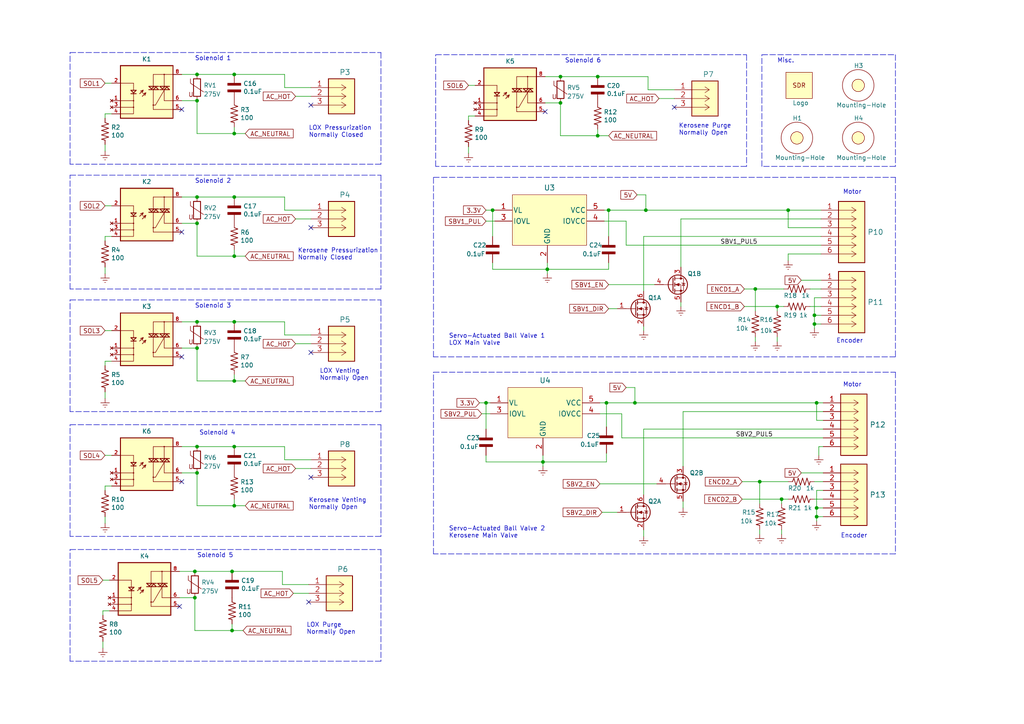
<source format=kicad_sch>
(kicad_sch (version 20211123) (generator eeschema)
  (paper "A4")
  (title_block (title "Valves") (date "2021-12-25") (rev "1.0"))
  (lib_symbols
    (symbol "L0005-Valve-Controller:353620650" (pin_names (offset 0.254) hide)
      (property "Reference" "P" (at 7.62 5.08 0))
      (symbol "353620650_1_1"
        (pin passive line (at 0 0 0) (length 5.08) (name "+12V") (number "1"))
        (pin passive line (at 0 -2.54 0) (length 5.08) (name "GND") (number "2"))
        (pin passive line (at 0 -5.08 0) (length 5.08) (name "3") (number "3"))
        (pin passive line (at 0 -7.62 0) (length 5.08) (name "4") (number "4"))
        (pin passive line (at 0 -10.16 0) (length 5.08) (name "5") (number "5"))
        (pin passive line (at 0 -12.7 0) (length 5.08) (name "6") (number "6"))
      )
    )
    (symbol "L0005-Valve-Controller:647676-3" (pin_names (offset 0.254) hide)
      (property "Reference" "P" (at 6.35 5.08 0))
      (symbol "647676-3_1_1"
        (pin passive line (at 0 0 0) (length 5.08) (name "1") (number "1"))
        (pin passive line (at 0 -2.54 0) (length 5.08) (name "2") (number "2"))
        (pin passive line (at 0 -5.08 0) (length 5.08) (name "3") (number "3"))
      )
    )
    (symbol "L0005-Valve-Controller:AQH0223AX" (pin_names (offset 1.016) hide)
      (property "Reference" "K" (at -7.62 8.382 0))
      (symbol "AQH0223AX_0_0"
        (pin no_connect line (at -10.16 -2.54 0) (length 2.54) (name "~") (number "1"))
        (pin passive line (at -10.16 2.54 0) (length 2.54) (name "~") (number "2"))
        (pin no_connect line (at -10.16 -4.445 0) (length 2.54) (name "~") (number "3"))
        (pin passive line (at -10.16 -6.35 0) (length 2.54) (name "~") (number "4"))
        (pin passive line (at 10.16 -5.08 180) (length 2.54) (name "~") (number "5"))
        (pin passive line (at 10.16 -2.54 180) (length 2.54) (name "~") (number "6"))
        (pin passive line (at 10.16 5.08 180) (length 2.54) (name "~") (number "8"))
      )
    )
    (symbol "L0005-Valve-Controller:CAP_0603" (pin_numbers hide) (pin_names (offset 1.016) hide)
      (property "Reference" "C" (at -1.27 3.81 0))
      (property "Value" "CAP_0603" (at -3.81 -3.81 0))
      (symbol "CAP_0603_0_0"
        (pin passive line (at 3.81 0 180) (length 2.54) (name "~") (number "1"))
        (pin passive line (at -3.81 0 0) (length 2.54) (name "~") (number "2"))
      )
    )
    (symbol "L0005-Valve-Controller:CAP_1206" (pin_numbers hide) (pin_names (offset 1.016) hide)
      (property "Reference" "C" (at -1.27 3.81 0))
      (property "Value" "CAP_1206" (at -3.81 -3.81 0))
      (symbol "CAP_1206_0_0"
        (pin passive line (at 3.81 0 180) (length 2.54) (name "~") (number "1"))
        (pin passive line (at -3.81 0 0) (length 2.54) (name "~") (number "2"))
      )
    )
    (symbol "L0005-Valve-Controller:CMLDM7003" (pin_names hide)
      (property "Reference" "Q" (at 5.08 1.905 0))
      (symbol "CMLDM7003_1_1"
        (pin input line (at -5.08 0 0) (length 2.54) (name "G") (number "1"))
        (pin passive line (at 2.54 -5.08 90) (length 2.54) (name "S") (number "2"))
        (pin passive line (at 2.54 5.08 270) (length 2.54) (name "D") (number "6"))
      )
      (symbol "CMLDM7003_2_1"
        (pin passive line (at 2.54 5.08 270) (length 2.54) (name "D") (number "3"))
        (pin input line (at -5.08 0 0) (length 2.54) (name "G") (number "4"))
        (pin passive line (at 2.54 -5.08 90) (length 2.54) (name "S") (number "5"))
      )
    )
    (symbol "L0005-Valve-Controller:Earth" (power) (pin_names (offset 0))
      (symbol "Earth_1_1"
        (pin power_in line (at 0 0 270) (length 0) hide (name "Earth") (number "1"))
      )
    )
    (symbol "L0005-Valve-Controller:Logo" (pin_names (offset 1.016))
      (property "Value" "Logo" (at 0 -5.08 0))
      (symbol "Logo_0_0"
        (text "SDR" (at 0 0 0) (effects (font (size 1.27 1.27))))
      )
    )
    (symbol "L0005-Valve-Controller:MAX3370EXK+T" (pin_names (offset 0.254))
      (property "Reference" "U" (at -1.905 6.35 0))
      (symbol "MAX3370EXK+T_1_1"
        (pin passive line (at -15.24 0.635 0) (length 5.08) (name "VL") (number "1"))
        (pin passive line (at 0 -14.605 90) (length 5.08) (name "GND") (number "2"))
        (pin passive line (at -15.24 -2.54 0) (length 5.08) (name "IOVL") (number "3"))
        (pin passive line (at 16.51 -2.54 180) (length 5.08) (name "IOVCC") (number "4"))
        (pin passive line (at 16.51 0.635 180) (length 5.08) (name "VCC") (number "5"))
      )
    )
    (symbol "L0005-Valve-Controller:Mounting-Hole" (pin_names (offset 1.016))
      (property "Reference" "H" (at 0 6.35 0))
      (property "Value" "Mounting-Hole" (at 0 -5.08 0))
    )
    (symbol "L0005-Valve-Controller:RES_0603" (pin_numbers hide) (pin_names (offset 1.016) hide)
      (property "Reference" "R" (at -1.27 1.27 0))
      (property "Value" "RES_0603" (at -3.81 -2.54 0))
      (symbol "RES_0603_0_0"
        (pin passive line (at -3.81 0 0) (length 1.27) (name "~") (number "1"))
        (pin passive line (at 3.81 0 180) (length 1.27) (name "~") (number "2"))
      )
    )
    (symbol "L0005-Valve-Controller:Varistor" (pin_numbers hide) (pin_names (offset 0))
      (property "Reference" "RV" (at 3.175 0 90))
      (property "Value" "Varistor" (at -3.175 0 90))
      (symbol "Varistor_0_0"
        (text "U" (at -1.778 -2.032 0) (effects (font (size 1.27 1.27))))
      )
      (symbol "Varistor_1_1"
        (pin passive line (at 0 3.81 270) (length 1.27) (name "~") (number "1"))
        (pin passive line (at 0 -3.81 90) (length 1.27) (name "~") (number "2"))
      )
    )
  )
  (junction (at 162.56 22.225))
  (junction (at 228.6 60.96))
  (junction (at 56.515 165.735))
  (junction (at 176.53 60.96))
  (junction (at 219.075 83.82))
  (junction (at 57.15 129.54))
  (junction (at 67.945 129.54))
  (junction (at 184.15 116.84))
  (junction (at 67.945 74.295))
  (junction (at 67.945 21.59))
  (junction (at 56.515 173.355))
  (junction (at 220.345 139.7))
  (junction (at 187.325 60.96))
  (junction (at 142.875 60.96))
  (junction (at 57.15 137.16))
  (junction (at 225.425 88.9))
  (junction (at 236.855 149.86))
  (junction (at 158.75 78.105))
  (junction (at 67.945 146.685))
  (junction (at 57.15 29.21))
  (junction (at 157.48 133.985))
  (junction (at 57.15 21.59))
  (junction (at 173.355 22.225))
  (junction (at 57.15 100.965))
  (junction (at 236.22 91.44))
  (junction (at 57.15 64.77))
  (junction (at 57.15 57.15))
  (junction (at 236.855 147.32))
  (junction (at 175.895 116.84))
  (junction (at 226.695 144.78))
  (junction (at 67.945 93.345))
  (junction (at 236.855 116.84))
  (junction (at 140.97 116.84))
  (junction (at 67.945 110.49))
  (junction (at 67.945 38.735))
  (junction (at 67.945 57.15))
  (junction (at 173.355 39.37))
  (junction (at 67.31 182.88))
  (junction (at 236.22 93.98))
  (junction (at 57.15 93.345))
  (junction (at 162.56 29.845))
  (junction (at 67.31 165.735))
  (no_connect (at 158.115 32.385))
  (no_connect (at 90.17 102.235))
  (no_connect (at 90.17 66.04))
  (no_connect (at 52.705 31.75))
  (no_connect (at 52.705 139.7))
  (no_connect (at 52.705 67.31))
  (no_connect (at 90.17 138.43))
  (no_connect (at 52.705 103.505))
  (no_connect (at 195.58 31.115))
  (no_connect (at 89.535 174.625))
  (no_connect (at 52.07 175.895))
  (no_connect (at 90.17 30.48))
  (wire (pts (xy 67.945 72.39) (xy 67.945 74.295)))
  (polyline (pts (xy 259.715 48.26) (xy 220.98 48.26)))
  (wire (pts (xy 186.69 84.455) (xy 186.69 68.58)))
  (polyline (pts (xy 110.49 83.82) (xy 20.32 83.82)))
  (wire (pts (xy 85.725 63.5) (xy 90.17 63.5)))
  (wire (pts (xy 157.48 133.985) (xy 157.48 132.08)))
  (wire (pts (xy 157.48 135.255) (xy 157.48 133.985)))
  (wire (pts (xy 57.15 93.345) (xy 52.705 93.345)))
  (wire (pts (xy 198.12 135.255) (xy 198.12 119.38)))
  (wire (pts (xy 238.76 129.54) (xy 237.49 129.54)))
  (wire (pts (xy 219.075 83.82) (xy 219.075 90.17)))
  (wire (pts (xy 67.945 74.295) (xy 71.12 74.295)))
  (wire (pts (xy 228.6 139.7) (xy 220.345 139.7)))
  (polyline (pts (xy 110.49 119.38) (xy 20.32 119.38)))
  (wire (pts (xy 226.695 146.05) (xy 226.695 144.78)))
  (wire (pts (xy 67.31 180.975) (xy 67.31 182.88)))
  (wire (pts (xy 225.425 99.06) (xy 225.425 97.79)))
  (wire (pts (xy 225.425 88.9) (xy 227.33 88.9)))
  (wire (pts (xy 140.97 116.84) (xy 142.24 116.84)))
  (wire (pts (xy 215.9 88.9) (xy 225.425 88.9)))
  (wire (pts (xy 139.065 116.84) (xy 140.97 116.84)))
  (wire (pts (xy 67.945 108.585) (xy 67.945 110.49)))
  (wire (pts (xy 186.69 143.51) (xy 186.69 124.46)))
  (wire (pts (xy 181.61 112.395) (xy 184.15 112.395)))
  (wire (pts (xy 176.53 82.55) (xy 189.865 82.55)))
  (wire (pts (xy 57.15 64.77) (xy 52.705 64.77)))
  (wire (pts (xy 238.76 142.24) (xy 236.855 142.24)))
  (wire (pts (xy 184.15 116.84) (xy 175.895 116.84)))
  (polyline (pts (xy 126.365 48.26) (xy 126.365 15.875)))
  (polyline (pts (xy 125.73 51.435) (xy 259.715 51.435)))
  (wire (pts (xy 176.53 68.58) (xy 176.53 60.96)))
  (wire (pts (xy 30.48 33.02) (xy 32.385 33.02)))
  (wire (pts (xy 180.34 127) (xy 238.76 127)))
  (wire (pts (xy 30.48 115.57) (xy 30.48 113.665)))
  (wire (pts (xy 57.15 74.295) (xy 57.15 64.77)))
  (wire (pts (xy 215.265 144.78) (xy 226.695 144.78)))
  (wire (pts (xy 57.15 146.685) (xy 57.15 137.16)))
  (wire (pts (xy 197.485 63.5) (xy 238.125 63.5)))
  (wire (pts (xy 67.31 182.88) (xy 70.485 182.88)))
  (polyline (pts (xy 259.715 103.505) (xy 125.73 103.505)))
  (wire (pts (xy 232.41 137.16) (xy 238.76 137.16)))
  (wire (pts (xy 142.875 78.105) (xy 158.75 78.105)))
  (wire (pts (xy 176.53 89.535) (xy 179.07 89.535)))
  (polyline (pts (xy 216.535 48.26) (xy 126.365 48.26)))
  (wire (pts (xy 220.345 139.7) (xy 220.345 146.05)))
  (wire (pts (xy 29.845 178.435) (xy 29.845 177.165)))
  (wire (pts (xy 30.48 79.375) (xy 30.48 77.47)))
  (wire (pts (xy 162.56 39.37) (xy 162.56 29.845)))
  (wire (pts (xy 236.22 139.7) (xy 238.76 139.7)))
  (wire (pts (xy 57.15 21.59) (xy 67.945 21.59)))
  (wire (pts (xy 67.945 36.83) (xy 67.945 38.735)))
  (wire (pts (xy 228.6 60.96) (xy 187.325 60.96)))
  (polyline (pts (xy 110.49 123.19) (xy 110.49 155.575)))
  (wire (pts (xy 186.69 153.67) (xy 186.69 155.575)))
  (wire (pts (xy 238.76 144.78) (xy 236.22 144.78)))
  (wire (pts (xy 57.15 93.345) (xy 67.945 93.345)))
  (polyline (pts (xy 220.98 48.26) (xy 220.98 15.875)))
  (wire (pts (xy 82.55 57.15) (xy 82.55 60.96)))
  (wire (pts (xy 228.6 73.66) (xy 228.6 75.565)))
  (polyline (pts (xy 20.32 191.77) (xy 20.32 159.385)))
  (wire (pts (xy 175.895 116.84) (xy 173.99 116.84)))
  (wire (pts (xy 57.15 129.54) (xy 67.945 129.54)))
  (wire (pts (xy 173.99 140.335) (xy 190.5 140.335)))
  (wire (pts (xy 236.855 116.84) (xy 184.15 116.84)))
  (polyline (pts (xy 110.49 86.995) (xy 110.49 119.38)))
  (polyline (pts (xy 125.73 160.655) (xy 125.73 107.95)))
  (wire (pts (xy 180.34 120.015) (xy 180.34 127)))
  (wire (pts (xy 215.9 83.82) (xy 219.075 83.82)))
  (wire (pts (xy 56.515 165.735) (xy 52.07 165.735)))
  (wire (pts (xy 173.355 39.37) (xy 176.53 39.37)))
  (wire (pts (xy 82.55 129.54) (xy 82.55 133.35)))
  (wire (pts (xy 175.895 133.985) (xy 175.895 131.445)))
  (polyline (pts (xy 110.49 159.385) (xy 110.49 191.77)))
  (wire (pts (xy 67.31 165.735) (xy 81.915 165.735)))
  (wire (pts (xy 238.125 86.36) (xy 236.22 86.36)))
  (wire (pts (xy 57.15 57.15) (xy 67.945 57.15)))
  (wire (pts (xy 225.425 90.17) (xy 225.425 88.9)))
  (wire (pts (xy 215.265 139.7) (xy 220.345 139.7)))
  (wire (pts (xy 162.56 22.225) (xy 173.355 22.225)))
  (polyline (pts (xy 259.715 15.875) (xy 259.715 48.26)))
  (wire (pts (xy 236.855 151.13) (xy 236.855 149.86)))
  (wire (pts (xy 82.55 60.96) (xy 90.17 60.96)))
  (wire (pts (xy 140.97 64.135) (xy 143.51 64.135)))
  (polyline (pts (xy 20.32 159.385) (xy 110.49 159.385)))
  (wire (pts (xy 30.48 142.24) (xy 30.48 140.97)))
  (wire (pts (xy 57.15 38.735) (xy 57.15 29.21)))
  (wire (pts (xy 187.96 22.225) (xy 187.96 26.035)))
  (wire (pts (xy 57.15 110.49) (xy 57.15 100.965)))
  (wire (pts (xy 57.15 21.59) (xy 52.705 21.59)))
  (polyline (pts (xy 110.49 50.8) (xy 110.49 83.82)))
  (wire (pts (xy 56.515 182.88) (xy 67.31 182.88)))
  (wire (pts (xy 186.69 94.615) (xy 186.69 95.885)))
  (wire (pts (xy 236.855 147.32) (xy 236.855 149.86)))
  (wire (pts (xy 158.75 79.375) (xy 158.75 78.105)))
  (wire (pts (xy 30.48 69.85) (xy 30.48 68.58)))
  (wire (pts (xy 57.15 129.54) (xy 52.705 129.54)))
  (wire (pts (xy 142.875 68.58) (xy 142.875 60.96)))
  (polyline (pts (xy 259.715 160.655) (xy 125.73 160.655)))
  (wire (pts (xy 238.125 66.04) (xy 228.6 66.04)))
  (wire (pts (xy 162.56 29.845) (xy 158.115 29.845)))
  (wire (pts (xy 236.22 93.98) (xy 238.125 93.98)))
  (wire (pts (xy 219.075 99.06) (xy 219.075 97.79)))
  (wire (pts (xy 82.55 21.59) (xy 82.55 25.4)))
  (wire (pts (xy 30.48 43.815) (xy 30.48 41.91)))
  (wire (pts (xy 82.55 133.35) (xy 90.17 133.35)))
  (wire (pts (xy 162.56 39.37) (xy 173.355 39.37)))
  (polyline (pts (xy 110.49 47.625) (xy 20.32 47.625)))
  (wire (pts (xy 30.48 59.69) (xy 32.385 59.69)))
  (wire (pts (xy 67.945 129.54) (xy 82.55 129.54)))
  (polyline (pts (xy 110.49 15.24) (xy 110.49 47.625)))
  (wire (pts (xy 186.69 124.46) (xy 238.76 124.46)))
  (wire (pts (xy 191.135 28.575) (xy 195.58 28.575)))
  (wire (pts (xy 57.15 38.735) (xy 67.945 38.735)))
  (wire (pts (xy 158.75 78.105) (xy 176.53 78.105)))
  (wire (pts (xy 30.48 95.885) (xy 32.385 95.885)))
  (wire (pts (xy 220.345 154.94) (xy 220.345 153.67)))
  (wire (pts (xy 236.855 149.86) (xy 238.76 149.86)))
  (wire (pts (xy 184.785 56.515) (xy 187.325 56.515)))
  (wire (pts (xy 67.945 93.345) (xy 82.55 93.345)))
  (wire (pts (xy 238.125 88.9) (xy 234.95 88.9)))
  (wire (pts (xy 135.89 44.45) (xy 135.89 42.545)))
  (wire (pts (xy 85.725 99.695) (xy 90.17 99.695)))
  (wire (pts (xy 236.22 91.44) (xy 236.22 93.98)))
  (wire (pts (xy 173.355 37.465) (xy 173.355 39.37)))
  (polyline (pts (xy 110.49 191.77) (xy 20.32 191.77)))
  (wire (pts (xy 238.76 147.32) (xy 236.855 147.32)))
  (wire (pts (xy 29.845 168.275) (xy 31.75 168.275)))
  (wire (pts (xy 162.56 22.225) (xy 158.115 22.225)))
  (wire (pts (xy 157.48 133.985) (xy 175.895 133.985)))
  (wire (pts (xy 140.97 60.96) (xy 142.875 60.96)))
  (polyline (pts (xy 20.32 86.995) (xy 110.49 86.995)))
  (wire (pts (xy 85.725 135.89) (xy 90.17 135.89)))
  (wire (pts (xy 81.915 165.735) (xy 81.915 169.545)))
  (wire (pts (xy 187.325 56.515) (xy 187.325 60.96)))
  (wire (pts (xy 238.125 73.66) (xy 228.6 73.66)))
  (wire (pts (xy 30.48 140.97) (xy 32.385 140.97)))
  (polyline (pts (xy 259.715 107.95) (xy 259.715 160.655)))
  (wire (pts (xy 186.69 68.58) (xy 238.125 68.58)))
  (wire (pts (xy 140.97 133.985) (xy 157.48 133.985)))
  (polyline (pts (xy 220.98 15.875) (xy 259.715 15.875)))
  (wire (pts (xy 82.55 93.345) (xy 82.55 97.155)))
  (wire (pts (xy 85.725 27.94) (xy 90.17 27.94)))
  (wire (pts (xy 30.48 106.045) (xy 30.48 104.775)))
  (wire (pts (xy 175.26 64.135) (xy 181.61 64.135)))
  (wire (pts (xy 236.22 95.25) (xy 236.22 93.98)))
  (wire (pts (xy 135.89 34.925) (xy 135.89 33.655)))
  (wire (pts (xy 67.945 110.49) (xy 71.12 110.49)))
  (wire (pts (xy 56.515 173.355) (xy 52.07 173.355)))
  (polyline (pts (xy 125.73 103.505) (xy 125.73 51.435)))
  (polyline (pts (xy 20.32 47.625) (xy 20.32 15.24)))
  (wire (pts (xy 226.695 154.94) (xy 226.695 153.67)))
  (wire (pts (xy 181.61 71.12) (xy 238.125 71.12)))
  (wire (pts (xy 238.76 121.92) (xy 236.855 121.92)))
  (polyline (pts (xy 20.32 50.8) (xy 110.49 50.8)))
  (wire (pts (xy 140.97 132.08) (xy 140.97 133.985)))
  (wire (pts (xy 30.48 34.29) (xy 30.48 33.02)))
  (wire (pts (xy 57.15 29.21) (xy 52.705 29.21)))
  (wire (pts (xy 56.515 165.735) (xy 67.31 165.735)))
  (wire (pts (xy 82.55 97.155) (xy 90.17 97.155)))
  (wire (pts (xy 234.95 83.82) (xy 238.125 83.82)))
  (wire (pts (xy 226.695 144.78) (xy 228.6 144.78)))
  (wire (pts (xy 184.15 112.395) (xy 184.15 116.84)))
  (wire (pts (xy 81.915 169.545) (xy 89.535 169.545)))
  (wire (pts (xy 139.7 120.015) (xy 142.24 120.015)))
  (wire (pts (xy 232.41 81.28) (xy 238.125 81.28)))
  (wire (pts (xy 67.945 144.78) (xy 67.945 146.685)))
  (wire (pts (xy 57.15 100.965) (xy 52.705 100.965)))
  (polyline (pts (xy 110.49 155.575) (xy 20.32 155.575)))
  (wire (pts (xy 176.53 60.96) (xy 175.26 60.96)))
  (wire (pts (xy 236.855 116.84) (xy 238.76 116.84)))
  (wire (pts (xy 135.89 33.655) (xy 137.795 33.655)))
  (wire (pts (xy 67.945 21.59) (xy 82.55 21.59)))
  (wire (pts (xy 197.485 87.63) (xy 197.485 88.9)))
  (wire (pts (xy 142.875 60.96) (xy 143.51 60.96)))
  (wire (pts (xy 187.325 60.96) (xy 176.53 60.96)))
  (wire (pts (xy 198.12 145.415) (xy 198.12 147.32)))
  (wire (pts (xy 238.125 91.44) (xy 236.22 91.44)))
  (wire (pts (xy 82.55 25.4) (xy 90.17 25.4)))
  (wire (pts (xy 197.485 77.47) (xy 197.485 63.5)))
  (wire (pts (xy 56.515 182.88) (xy 56.515 173.355)))
  (wire (pts (xy 29.845 187.96) (xy 29.845 186.055)))
  (wire (pts (xy 237.49 129.54) (xy 237.49 132.08)))
  (wire (pts (xy 67.945 38.735) (xy 71.12 38.735)))
  (polyline (pts (xy 125.73 107.95) (xy 259.715 107.95)))
  (polyline (pts (xy 259.715 51.435) (xy 259.715 103.505)))
  (wire (pts (xy 228.6 60.96) (xy 238.125 60.96)))
  (wire (pts (xy 30.48 132.08) (xy 32.385 132.08)))
  (wire (pts (xy 236.855 142.24) (xy 236.855 147.32)))
  (wire (pts (xy 198.12 119.38) (xy 238.76 119.38)))
  (wire (pts (xy 30.48 68.58) (xy 32.385 68.58)))
  (wire (pts (xy 57.15 74.295) (xy 67.945 74.295)))
  (wire (pts (xy 227.33 83.82) (xy 219.075 83.82)))
  (polyline (pts (xy 20.32 123.19) (xy 110.49 123.19)))
  (wire (pts (xy 174.625 148.59) (xy 179.07 148.59)))
  (wire (pts (xy 57.15 146.685) (xy 67.945 146.685)))
  (polyline (pts (xy 20.32 15.24) (xy 110.49 15.24)))
  (wire (pts (xy 142.875 76.2) (xy 142.875 78.105)))
  (wire (pts (xy 236.855 121.92) (xy 236.855 116.84)))
  (wire (pts (xy 29.845 177.165) (xy 31.75 177.165)))
  (wire (pts (xy 67.945 57.15) (xy 82.55 57.15)))
  (polyline (pts (xy 20.32 155.575) (xy 20.32 123.19)))
  (wire (pts (xy 176.53 78.105) (xy 176.53 76.2)))
  (wire (pts (xy 57.15 110.49) (xy 67.945 110.49)))
  (wire (pts (xy 30.48 151.765) (xy 30.48 149.86)))
  (wire (pts (xy 140.97 124.46) (xy 140.97 116.84)))
  (wire (pts (xy 30.48 104.775) (xy 32.385 104.775)))
  (wire (pts (xy 158.75 78.105) (xy 158.75 76.2)))
  (polyline (pts (xy 216.535 15.875) (xy 216.535 48.26)))
  (polyline (pts (xy 20.32 119.38) (xy 20.32 86.995)))
  (wire (pts (xy 175.895 123.825) (xy 175.895 116.84)))
  (wire (pts (xy 187.96 26.035) (xy 195.58 26.035)))
  (polyline (pts (xy 126.365 15.875) (xy 216.535 15.875)))
  (wire (pts (xy 173.99 120.015) (xy 180.34 120.015)))
  (polyline (pts (xy 20.32 83.82) (xy 20.32 50.8)))
  (wire (pts (xy 173.355 22.225) (xy 187.96 22.225)))
  (wire (pts (xy 57.15 137.16) (xy 52.705 137.16)))
  (wire (pts (xy 135.89 24.765) (xy 137.795 24.765)))
  (wire (pts (xy 236.22 86.36) (xy 236.22 91.44)))
  (wire (pts (xy 30.48 24.13) (xy 32.385 24.13)))
  (wire (pts (xy 228.6 66.04) (xy 228.6 60.96)))
  (wire (pts (xy 85.09 172.085) (xy 89.535 172.085)))
  (wire (pts (xy 181.61 64.135) (xy 181.61 71.12)))
  (wire (pts (xy 67.945 146.685) (xy 71.12 146.685)))
  (wire (pts (xy 57.15 57.15) (xy 52.705 57.15)))
  (text "LOX Venting\nNormally Open" (at 92.71 110.49 0) (effects (font (size 1.27 1.27)) (justify left bottom)))
  (text "Solenoid 5" (at 57.15 161.925 0) (effects (font (size 1.27 1.27)) (justify left bottom)))
  (text "Solenoid 4" (at 57.785 126.365 0) (effects (font (size 1.27 1.27)) (justify left bottom)))
  (text "LOX Purge\nNormally Open" (at 88.9 184.15 0) (effects (font (size 1.27 1.27)) (justify left bottom)))
  (text "Kerosene Venting\nNormally Open" (at 89.535 147.955 0) (effects (font (size 1.27 1.27)) (justify left bottom)))
  (text "Motor" (at 244.475 112.395 0) (effects (font (size 1.27 1.27)) (justify left bottom)))
  (text "Kerosene Pressurization\nNormally Closed" (at 86.36 75.565 0) (effects (font (size 1.27 1.27)) (justify left bottom)))
  (text "LOX Pressurization\nNormally Closed" (at 89.535 40.005 0) (effects (font (size 1.27 1.27)) (justify left bottom)))
  (text "Solenoid 3" (at 56.515 89.535 0) (effects (font (size 1.27 1.27)) (justify left bottom)))
  (text "Kerosene Purge\nNormally Open" (at 196.85 39.37 0) (effects (font (size 1.27 1.27)) (justify left bottom)))
  (text "Solenoid 2" (at 56.515 53.34 0) (effects (font (size 1.27 1.27)) (justify left bottom)))
  (text "Servo-Actuated Ball Valve 1\nLOX Main Valve" (at 130.175 100.33 0) (effects (font (size 1.27 1.27)) (justify left bottom)))
  (text "Solenoid 1" (at 56.515 17.78 0) (effects (font (size 1.27 1.27)) (justify left bottom)))
  (text "Misc." (at 225.425 18.415 0) (effects (font (size 1.27 1.27)) (justify left bottom)))
  (text "Motor" (at 244.475 56.515 0) (effects (font (size 1.27 1.27)) (justify left bottom)))
  (text "Encoder" (at 243.84 156.21 0) (effects (font (size 1.27 1.27)) (justify left bottom)))
  (text "Solenoid 6" (at 163.83 18.415 0) (effects (font (size 1.27 1.27)) (justify left bottom)))
  (text "Servo-Actuated Ball Valve 2\nKerosene Main Valve" (at 130.175 156.21 0) (effects (font (size 1.27 1.27)) (justify left bottom)))
  (text "Encoder" (at 242.57 99.695 0) (effects (font (size 1.27 1.27)) (justify left bottom)))
  (label "SBV2_PUL5" (at 224.155 127 180))
  (label "SBV1_PUL5" (at 219.71 71.12 180))
  (global_label "5V" (shape input) (at 181.61 112.395 180) (property "Intersheet References" "${INTERSHEET_REFS}" (effects hide)))
  (global_label "SBV2_DIR" (shape input) (at 174.625 148.59 180) (property "Intersheet References" "${INTERSHEET_REFS}" (effects hide)))
  (global_label "SBV2_PUL" (shape input) (at 139.7 120.015 180) (property "Intersheet References" "${INTERSHEET_REFS}" (effects hide)))
  (global_label "SOL4" (shape input) (at 30.48 132.08 180) (property "Intersheet References" "${INTERSHEET_REFS}" (effects hide)))
  (global_label "SOL6" (shape input) (at 135.89 24.765 180) (property "Intersheet References" "${INTERSHEET_REFS}" (effects hide)))
  (global_label "3.3V" (shape input) (at 139.065 116.84 180) (property "Intersheet References" "${INTERSHEET_REFS}" (effects hide)))
  (global_label "5V" (shape input) (at 184.785 56.515 180) (property "Intersheet References" "${INTERSHEET_REFS}" (effects hide)))
  (global_label "SOL2" (shape input) (at 30.48 59.69 180) (property "Intersheet References" "${INTERSHEET_REFS}" (effects hide)))
  (global_label "AC_HOT" (shape input) (at 85.725 27.94 180) (property "Intersheet References" "${INTERSHEET_REFS}" (effects hide)))
  (global_label "5V" (shape input) (at 232.41 81.28 180) (property "Intersheet References" "${INTERSHEET_REFS}" (effects hide)))
  (global_label "ENCD1_A" (shape input) (at 215.9 83.82 180) (property "Intersheet References" "${INTERSHEET_REFS}" (effects hide)))
  (global_label "AC_NEUTRAL" (shape input) (at 70.485 182.88 0) (property "Intersheet References" "${INTERSHEET_REFS}" (effects hide)))
  (global_label "SOL1" (shape input) (at 30.48 24.13 180) (property "Intersheet References" "${INTERSHEET_REFS}" (effects hide)))
  (global_label "SBV1_EN" (shape input) (at 176.53 82.55 180) (property "Intersheet References" "${INTERSHEET_REFS}" (effects hide)))
  (global_label "AC_HOT" (shape input) (at 85.09 172.085 180) (property "Intersheet References" "${INTERSHEET_REFS}" (effects hide)))
  (global_label "AC_HOT" (shape input) (at 85.725 63.5 180) (property "Intersheet References" "${INTERSHEET_REFS}" (effects hide)))
  (global_label "AC_HOT" (shape input) (at 191.135 28.575 180) (property "Intersheet References" "${INTERSHEET_REFS}" (effects hide)))
  (global_label "ENCD2_B" (shape input) (at 215.265 144.78 180) (property "Intersheet References" "${INTERSHEET_REFS}" (effects hide)))
  (global_label "SBV1_DIR" (shape input) (at 176.53 89.535 180) (property "Intersheet References" "${INTERSHEET_REFS}" (effects hide)))
  (global_label "SBV2_EN" (shape input) (at 173.99 140.335 180) (property "Intersheet References" "${INTERSHEET_REFS}" (effects hide)))
  (global_label "AC_HOT" (shape input) (at 85.725 135.89 180) (property "Intersheet References" "${INTERSHEET_REFS}" (effects hide)))
  (global_label "AC_NEUTRAL" (shape input) (at 71.12 74.295 0) (property "Intersheet References" "${INTERSHEET_REFS}" (effects hide)))
  (global_label "SOL5" (shape input) (at 29.845 168.275 180) (property "Intersheet References" "${INTERSHEET_REFS}" (effects hide)))
  (global_label "AC_NEUTRAL" (shape input) (at 71.12 110.49 0) (property "Intersheet References" "${INTERSHEET_REFS}" (effects hide)))
  (global_label "ENCD1_B" (shape input) (at 215.9 88.9 180) (property "Intersheet References" "${INTERSHEET_REFS}" (effects hide)))
  (global_label "AC_NEUTRAL" (shape input) (at 71.12 146.685 0) (property "Intersheet References" "${INTERSHEET_REFS}" (effects hide)))
  (global_label "AC_HOT" (shape input) (at 85.725 99.695 180) (property "Intersheet References" "${INTERSHEET_REFS}" (effects hide)))
  (global_label "AC_NEUTRAL" (shape input) (at 71.12 38.735 0) (property "Intersheet References" "${INTERSHEET_REFS}" (effects hide)))
  (global_label "ENCD2_A" (shape input) (at 215.265 139.7 180) (property "Intersheet References" "${INTERSHEET_REFS}" (effects hide)))
  (global_label "SBV1_PUL" (shape input) (at 140.97 64.135 180) (property "Intersheet References" "${INTERSHEET_REFS}" (effects hide)))
  (global_label "SOL3" (shape input) (at 30.48 95.885 180) (property "Intersheet References" "${INTERSHEET_REFS}" (effects hide)))
  (global_label "5V" (shape input) (at 232.41 137.16 180) (property "Intersheet References" "${INTERSHEET_REFS}" (effects hide)))
  (global_label "3.3V" (shape input) (at 140.97 60.96 180) (property "Intersheet References" "${INTERSHEET_REFS}" (effects hide)))
  (global_label "AC_NEUTRAL" (shape input) (at 176.53 39.37 0) (property "Intersheet References" "${INTERSHEET_REFS}" (effects hide)))
  (symbol (lib_id "L0005-Valve-Controller:RES_0603") (at 30.48 38.1 270) (unit 1)
    (property "Reference" "R2" (at 32.2326 36.9316 90) (effects (justify left)))
    (property "Value" "100" (at 32.2326 39.243 90) (effects (justify left)))
    (property "Footprint" "L0005-Valve-Controller:RES_0603" (effects hide))
  )
  (symbol (lib_id "L0005-Valve-Controller:Earth") (at 30.48 43.815 0) (unit 1)
    (property "Reference" "#PWR011" (effects hide))
    (property "Value" "Earth" (effects hide))
  )
  (symbol (lib_id "L0005-Valve-Controller:AQH0223AX") (at 42.545 26.67 0) (unit 1)
    (property "Reference" "K1" (at 42.545 17.145 0))
    (property "Value" "AQH0223AX" (effects hide))
    (property "Footprint" "L0005-Valve-Controller:RELAY_AQH0223AX" (effects hide))
  )
  (symbol (lib_id "L0005-Valve-Controller:Varistor") (at 57.15 25.4 0) (unit 1)
    (property "Reference" "RV1" (at 59.055 24.765 0) (effects (justify left)))
    (property "Value" "275V" (at 59.055 27.305 0) (effects (justify left)))
    (property "Footprint" "L0005-Valve-Controller:PV275K4032R2" (effects hide))
  )
  (symbol (lib_id "L0005-Valve-Controller:CAP_1206") (at 67.945 25.4 270) (unit 1)
    (property "Reference" "C16" (at 70.5612 24.2316 90) (effects (justify left)))
    (property "Value" "0.1uF" (at 70.5612 26.543 90) (effects (justify left)))
    (property "Footprint" "L0005-Valve-Controller:CAP_1206" (effects hide))
  )
  (symbol (lib_id "L0005-Valve-Controller:RES_0603") (at 67.945 33.02 270) (unit 1)
    (property "Reference" "R3" (at 69.6976 31.8516 90) (effects (justify left)))
    (property "Value" "100" (at 69.6976 34.163 90) (effects (justify left)))
    (property "Footprint" "L0005-Valve-Controller:RES_0603" (effects hide))
  )
  (symbol (lib_id "L0005-Valve-Controller:647676-3") (at 90.17 25.4 0) (unit 1)
    (property "Reference" "P3" (at 98.425 20.955 0) (effects (font (size 1.524 1.524)) (justify left)))
    (property "Value" "647676-3" (effects hide))
    (property "Footprint" "L0005-Valve-Controller:353130360" (effects hide))
  )
  (symbol (lib_id "L0005-Valve-Controller:RES_0603") (at 30.48 73.66 270) (unit 1)
    (property "Reference" "R4" (at 32.2326 72.4916 90) (effects (justify left)))
    (property "Value" "100" (at 32.2326 74.803 90) (effects (justify left)))
    (property "Footprint" "L0005-Valve-Controller:RES_0603" (effects hide))
  )
  (symbol (lib_id "L0005-Valve-Controller:Earth") (at 30.48 79.375 0) (unit 1)
    (property "Reference" "#PWR012" (effects hide))
    (property "Value" "Earth" (effects hide))
  )
  (symbol (lib_id "L0005-Valve-Controller:AQH0223AX") (at 42.545 62.23 0) (unit 1)
    (property "Reference" "K2" (at 42.545 52.705 0))
    (property "Value" "AQH0223AX" (effects hide))
    (property "Footprint" "L0005-Valve-Controller:RELAY_AQH0223AX" (effects hide))
  )
  (symbol (lib_id "L0005-Valve-Controller:Varistor") (at 57.15 60.96 0) (unit 1)
    (property "Reference" "RV2" (at 59.055 60.325 0) (effects (justify left)))
    (property "Value" "275V" (at 59.055 62.865 0) (effects (justify left)))
    (property "Footprint" "L0005-Valve-Controller:PV275K4032R2" (effects hide))
  )
  (symbol (lib_id "L0005-Valve-Controller:CAP_1206") (at 67.945 60.96 270) (unit 1)
    (property "Reference" "C17" (at 70.5612 59.7916 90) (effects (justify left)))
    (property "Value" "0.1uF" (at 70.5612 62.103 90) (effects (justify left)))
    (property "Footprint" "L0005-Valve-Controller:CAP_1206" (effects hide))
  )
  (symbol (lib_id "L0005-Valve-Controller:647676-3") (at 90.17 60.96 0) (unit 1)
    (property "Reference" "P4" (at 98.425 56.515 0) (effects (font (size 1.524 1.524)) (justify left)))
    (property "Value" "647676-3" (effects hide))
    (property "Footprint" "L0005-Valve-Controller:353130360" (effects hide))
  )
  (symbol (lib_id "L0005-Valve-Controller:RES_0603") (at 67.945 68.58 270) (unit 1)
    (property "Reference" "R6" (at 69.6976 67.4116 90) (effects (justify left)))
    (property "Value" "100" (at 69.6976 69.723 90) (effects (justify left)))
    (property "Footprint" "L0005-Valve-Controller:RES_0603" (effects hide))
  )
  (symbol (lib_id "L0005-Valve-Controller:RES_0603") (at 30.48 109.855 270) (unit 1)
    (property "Reference" "R5" (at 32.2326 108.6866 90) (effects (justify left)))
    (property "Value" "100" (at 32.2326 110.998 90) (effects (justify left)))
    (property "Footprint" "L0005-Valve-Controller:RES_0603" (effects hide))
  )
  (symbol (lib_id "L0005-Valve-Controller:Earth") (at 30.48 115.57 0) (unit 1)
    (property "Reference" "#PWR013" (effects hide))
    (property "Value" "Earth" (effects hide))
  )
  (symbol (lib_id "L0005-Valve-Controller:AQH0223AX") (at 42.545 98.425 0) (unit 1)
    (property "Reference" "K3" (at 42.545 88.9 0))
    (property "Value" "AQH0223AX" (effects hide))
    (property "Footprint" "L0005-Valve-Controller:RELAY_AQH0223AX" (effects hide))
  )
  (symbol (lib_id "L0005-Valve-Controller:Varistor") (at 57.15 97.155 0) (unit 1)
    (property "Reference" "RV3" (at 59.055 96.52 0) (effects (justify left)))
    (property "Value" "275V" (at 59.055 99.06 0) (effects (justify left)))
    (property "Footprint" "L0005-Valve-Controller:PV275K4032R2" (effects hide))
  )
  (symbol (lib_id "L0005-Valve-Controller:CAP_1206") (at 67.945 97.155 270) (unit 1)
    (property "Reference" "C18" (at 70.5612 95.9866 90) (effects (justify left)))
    (property "Value" "0.1uF" (at 70.5612 98.298 90) (effects (justify left)))
    (property "Footprint" "L0005-Valve-Controller:CAP_1206" (effects hide))
  )
  (symbol (lib_id "L0005-Valve-Controller:647676-3") (at 90.17 97.155 0) (unit 1)
    (property "Reference" "P5" (at 98.425 92.71 0) (effects (font (size 1.524 1.524)) (justify left)))
    (property "Value" "647676-3" (effects hide))
    (property "Footprint" "L0005-Valve-Controller:353130360" (effects hide))
  )
  (symbol (lib_id "L0005-Valve-Controller:RES_0603") (at 67.945 104.775 270) (unit 1)
    (property "Reference" "R7" (at 69.6976 103.6066 90) (effects (justify left)))
    (property "Value" "100" (at 69.6976 105.918 90) (effects (justify left)))
    (property "Footprint" "L0005-Valve-Controller:RES_0603" (effects hide))
  )
  (symbol (lib_id "L0005-Valve-Controller:RES_0603") (at 30.48 146.05 270) (unit 1)
    (property "Reference" "R10" (at 32.2326 144.8816 90) (effects (justify left)))
    (property "Value" "100" (at 32.2326 147.193 90) (effects (justify left)))
    (property "Footprint" "L0005-Valve-Controller:RES_0603" (effects hide))
  )
  (symbol (lib_id "L0005-Valve-Controller:Earth") (at 30.48 151.765 0) (unit 1)
    (property "Reference" "#PWR016" (effects hide))
    (property "Value" "Earth" (effects hide))
  )
  (symbol (lib_id "L0005-Valve-Controller:AQH0223AX") (at 42.545 134.62 0) (unit 1)
    (property "Reference" "K6" (at 42.545 125.095 0))
    (property "Value" "AQH0223AX" (effects hide))
    (property "Footprint" "L0005-Valve-Controller:RELAY_AQH0223AX" (effects hide))
  )
  (symbol (lib_id "L0005-Valve-Controller:Varistor") (at 57.15 133.35 0) (unit 1)
    (property "Reference" "RV6" (at 59.055 132.715 0) (effects (justify left)))
    (property "Value" "275V" (at 59.055 135.255 0) (effects (justify left)))
    (property "Footprint" "L0005-Valve-Controller:PV275K4032R2" (effects hide))
  )
  (symbol (lib_id "L0005-Valve-Controller:CAP_1206") (at 67.945 133.35 270) (unit 1)
    (property "Reference" "C21" (at 70.5612 132.1816 90) (effects (justify left)))
    (property "Value" "0.1uF" (at 70.5612 134.493 90) (effects (justify left)))
    (property "Footprint" "L0005-Valve-Controller:CAP_1206" (effects hide))
  )
  (symbol (lib_id "L0005-Valve-Controller:647676-3") (at 90.17 133.35 0) (unit 1)
    (property "Reference" "P8" (at 98.425 128.905 0) (effects (font (size 1.524 1.524)) (justify left)))
    (property "Value" "647676-3" (effects hide))
    (property "Footprint" "L0005-Valve-Controller:353130360" (effects hide))
  )
  (symbol (lib_id "L0005-Valve-Controller:RES_0603") (at 67.945 140.97 270) (unit 1)
    (property "Reference" "R13" (at 69.6976 139.8016 90) (effects (justify left)))
    (property "Value" "100" (at 69.6976 142.113 90) (effects (justify left)))
    (property "Footprint" "L0005-Valve-Controller:RES_0603" (effects hide))
  )
  (symbol (lib_id "L0005-Valve-Controller:RES_0603") (at 29.845 182.245 270) (unit 1)
    (property "Reference" "R8" (at 31.5976 181.0766 90) (effects (justify left)))
    (property "Value" "100" (at 31.5976 183.388 90) (effects (justify left)))
    (property "Footprint" "L0005-Valve-Controller:RES_0603" (effects hide))
  )
  (symbol (lib_id "L0005-Valve-Controller:Earth") (at 29.845 187.96 0) (unit 1)
    (property "Reference" "#PWR014" (effects hide))
    (property "Value" "Earth" (effects hide))
  )
  (symbol (lib_id "L0005-Valve-Controller:AQH0223AX") (at 41.91 170.815 0) (unit 1)
    (property "Reference" "K4" (at 41.91 161.29 0))
    (property "Value" "AQH0223AX" (effects hide))
    (property "Footprint" "L0005-Valve-Controller:RELAY_AQH0223AX" (effects hide))
  )
  (symbol (lib_id "L0005-Valve-Controller:Varistor") (at 56.515 169.545 0) (unit 1)
    (property "Reference" "RV4" (at 58.42 168.91 0) (effects (justify left)))
    (property "Value" "275V" (at 58.42 171.45 0) (effects (justify left)))
    (property "Footprint" "L0005-Valve-Controller:PV275K4032R2" (effects hide))
  )
  (symbol (lib_id "L0005-Valve-Controller:CAP_1206") (at 67.31 169.545 270) (unit 1)
    (property "Reference" "C19" (at 69.9262 168.3766 90) (effects (justify left)))
    (property "Value" "0.1uF" (at 69.9262 170.688 90) (effects (justify left)))
    (property "Footprint" "L0005-Valve-Controller:CAP_1206" (effects hide))
  )
  (symbol (lib_id "L0005-Valve-Controller:647676-3") (at 89.535 169.545 0) (unit 1)
    (property "Reference" "P6" (at 97.79 165.1 0) (effects (font (size 1.524 1.524)) (justify left)))
    (property "Value" "647676-3" (effects hide))
    (property "Footprint" "L0005-Valve-Controller:353130360" (effects hide))
  )
  (symbol (lib_id "L0005-Valve-Controller:RES_0603") (at 67.31 177.165 270) (unit 1)
    (property "Reference" "R11" (at 69.0626 175.9966 90) (effects (justify left)))
    (property "Value" "100" (at 69.0626 178.308 90) (effects (justify left)))
    (property "Footprint" "L0005-Valve-Controller:RES_0603" (effects hide))
  )
  (symbol (lib_id "L0005-Valve-Controller:RES_0603") (at 135.89 38.735 270) (unit 1)
    (property "Reference" "R9" (at 137.6426 37.5666 90) (effects (justify left)))
    (property "Value" "100" (at 137.6426 39.878 90) (effects (justify left)))
    (property "Footprint" "L0005-Valve-Controller:RES_0603" (effects hide))
  )
  (symbol (lib_id "L0005-Valve-Controller:Earth") (at 135.89 44.45 0) (unit 1)
    (property "Reference" "#PWR015" (effects hide))
    (property "Value" "Earth" (effects hide))
  )
  (symbol (lib_id "L0005-Valve-Controller:AQH0223AX") (at 147.955 27.305 0) (unit 1)
    (property "Reference" "K5" (at 147.955 17.78 0))
    (property "Value" "AQH0223AX" (effects hide))
    (property "Footprint" "L0005-Valve-Controller:RELAY_AQH0223AX" (effects hide))
  )
  (symbol (lib_id "L0005-Valve-Controller:Varistor") (at 162.56 26.035 0) (unit 1)
    (property "Reference" "RV5" (at 164.465 25.4 0) (effects (justify left)))
    (property "Value" "275V" (at 164.465 27.94 0) (effects (justify left)))
    (property "Footprint" "L0005-Valve-Controller:PV275K4032R2" (effects hide))
  )
  (symbol (lib_id "L0005-Valve-Controller:CAP_1206") (at 173.355 26.035 270) (unit 1)
    (property "Reference" "C20" (at 175.9712 24.8666 90) (effects (justify left)))
    (property "Value" "0.1uF" (at 175.9712 27.178 90) (effects (justify left)))
    (property "Footprint" "L0005-Valve-Controller:CAP_1206" (effects hide))
  )
  (symbol (lib_id "L0005-Valve-Controller:647676-3") (at 195.58 26.035 0) (unit 1)
    (property "Reference" "P7" (at 203.835 21.59 0) (effects (font (size 1.524 1.524)) (justify left)))
    (property "Value" "647676-3" (effects hide))
    (property "Footprint" "L0005-Valve-Controller:353130360" (effects hide))
  )
  (symbol (lib_id "L0005-Valve-Controller:RES_0603") (at 173.355 33.655 270) (unit 1)
    (property "Reference" "R12" (at 175.1076 32.4866 90) (effects (justify left)))
    (property "Value" "100" (at 175.1076 34.798 90) (effects (justify left)))
    (property "Footprint" "L0005-Valve-Controller:RES_0603" (effects hide))
  )
  (symbol (lib_id "L0005-Valve-Controller:Logo") (at 231.775 24.765 0) (unit 1)
    (property "Reference" "LOGO1" (effects hide))
    (property "Value" "Logo" (at 229.87 29.845 0) (effects (justify left)))
    (property "Footprint" "L0005-Valve-Controller:Logo" (effects hide))
  )
  (symbol (lib_id "L0005-Valve-Controller:Mounting-Hole") (at 248.92 24.765 0) (unit 1)
    (property "Reference" "H3" (at 247.65 19.05 0) (effects (justify left)))
    (property "Value" "Mounting-Hole" (at 242.57 30.48 0) (effects (justify left)))
    (property "Footprint" "L0005-Valve-Controller:MountingHole_4.3mm_M4_DIN965" (effects hide))
  )
  (symbol (lib_id "L0005-Valve-Controller:Mounting-Hole") (at 231.14 40.005 0) (unit 1)
    (property "Reference" "H1" (at 229.87 34.29 0) (effects (justify left)))
    (property "Value" "Mounting-Hole" (at 224.79 45.72 0) (effects (justify left)))
    (property "Footprint" "L0005-Valve-Controller:MountingHole_4.3mm_M4_DIN965" (effects hide))
  )
  (symbol (lib_id "L0005-Valve-Controller:Mounting-Hole") (at 248.92 40.005 0) (unit 1)
    (property "Reference" "H4" (at 247.65 34.29 0) (effects (justify left)))
    (property "Value" "Mounting-Hole" (at 242.57 45.72 0) (effects (justify left)))
    (property "Footprint" "L0005-Valve-Controller:MountingHole_4.3mm_M4_DIN965" (effects hide))
  )
  (symbol (lib_id "L0005-Valve-Controller:Earth") (at 186.69 95.885 0) (unit 1)
    (property "Reference" "#PWR032" (effects hide))
    (property "Value" "Earth" (effects hide))
  )
  (symbol (lib_id "L0005-Valve-Controller:Earth") (at 158.75 79.375 0) (unit 1)
    (property "Reference" "#PWR017" (effects hide))
    (property "Value" "Earth" (effects hide))
  )
  (symbol (lib_id "L0005-Valve-Controller:353620650") (at 238.125 81.28 0) (unit 1)
    (property "Reference" "P11" (at 251.587 87.63 0) (effects (font (size 1.524 1.524)) (justify left)))
    (property "Value" "353620650" (effects hide))
    (property "Footprint" "L0005-Valve-Controller:MOLEX_35362-0650" (effects hide))
  )
  (symbol (lib_id "L0005-Valve-Controller:CMLDM7003") (at 184.15 148.59 0) (unit 1)
    (property "Reference" "Q2" (at 187.96 145.415 0) (effects (justify left)))
    (property "Value" "CMLDM7003" (effects hide))
    (property "Footprint" "Package_TO_SOT_THT:TO-92_Inline" (effects hide))
    (property "Datasheet" "https://www.onsemi.com/pub/Collateral/NDS7002A-D.PDF" (effects hide))
  )
  (symbol (lib_id "L0005-Valve-Controller:353620650") (at 238.76 116.84 0) (unit 1)
    (property "Reference" "P12" (at 252.222 123.19 0) (effects (font (size 1.524 1.524)) (justify left)))
    (property "Value" "353620650" (effects hide))
    (property "Footprint" "L0005-Valve-Controller:MOLEX_35362-0650" (effects hide))
  )
  (symbol (lib_id "L0005-Valve-Controller:CAP_0603") (at 142.875 72.39 270) (unit 1)
    (property "Reference" "C22" (at 137.16 71.12 90) (effects (justify left)))
    (property "Value" "0.1uF" (at 135.255 73.66 90) (effects (justify left)))
    (property "Footprint" "L0005-Valve-Controller:CAP_0603" (effects hide))
  )
  (symbol (lib_id "L0005-Valve-Controller:RES_0603") (at 232.41 139.7 0) (unit 1)
    (property "Reference" "R20" (at 230.505 141.605 0))
    (property "Value" "1k" (at 234.95 141.605 0))
    (property "Footprint" "L0005-Valve-Controller:RES_0603" (effects hide))
  )
  (symbol (lib_id "L0005-Valve-Controller:RES_0603") (at 231.14 88.9 180) (unit 1)
    (property "Reference" "R19" (at 229.235 91.44 0))
    (property "Value" "1k" (at 233.045 91.44 0))
    (property "Footprint" "L0005-Valve-Controller:RES_0603" (effects hide))
  )
  (symbol (lib_id "L0005-Valve-Controller:353620650") (at 238.76 137.16 0) (unit 1)
    (property "Reference" "P13" (at 252.222 143.51 0) (effects (font (size 1.524 1.524)) (justify left)))
    (property "Value" "353620650" (effects hide))
    (property "Footprint" "L0005-Valve-Controller:MOLEX_35362-0650" (effects hide))
  )
  (symbol (lib_id "L0005-Valve-Controller:Earth") (at 228.6 75.565 0) (unit 1)
    (property "Reference" "#PWR023" (effects hide))
    (property "Value" "Earth" (effects hide))
  )
  (symbol (lib_id "L0005-Valve-Controller:CMLDM7003") (at 184.15 89.535 0) (unit 1)
    (property "Reference" "Q1" (at 187.96 86.36 0) (effects (justify left)))
    (property "Value" "CMLDM7003" (effects hide))
    (property "Footprint" "Package_TO_SOT_THT:TO-92_Inline" (effects hide))
    (property "Datasheet" "https://www.onsemi.com/pub/Collateral/NDS7002A-D.PDF" (effects hide))
  )
  (symbol (lib_id "L0005-Valve-Controller:Earth") (at 225.425 99.06 0) (unit 1)
    (property "Reference" "#PWR021" (effects hide))
    (property "Value" "Earth" (effects hide))
  )
  (symbol (lib_id "L0005-Valve-Controller:CAP_0603") (at 176.53 72.39 270) (unit 1)
    (property "Reference" "C24" (at 170.815 71.12 90) (effects (justify left)))
    (property "Value" "0.1uF" (at 168.91 73.66 90) (effects (justify left)))
    (property "Footprint" "L0005-Valve-Controller:CAP_0603" (effects hide))
  )
  (symbol (lib_id "L0005-Valve-Controller:Earth") (at 186.69 155.575 0) (unit 1)
    (property "Reference" "#PWR033" (effects hide))
    (property "Value" "Earth" (effects hide))
  )
  (symbol (lib_id "L0005-Valve-Controller:RES_0603") (at 219.075 93.98 270) (unit 1)
    (property "Reference" "R14" (at 215.9 92.71 90))
    (property "Value" "10k" (at 215.265 95.25 90))
    (property "Footprint" "L0005-Valve-Controller:RES_0603" (effects hide))
  )
  (symbol (lib_id "L0005-Valve-Controller:Earth") (at 236.855 151.13 0) (unit 1)
    (property "Reference" "#PWR026" (effects hide))
    (property "Value" "Earth" (effects hide))
  )
  (symbol (lib_id "L0005-Valve-Controller:RES_0603") (at 225.425 93.98 270) (unit 1)
    (property "Reference" "R16" (at 222.25 92.71 90))
    (property "Value" "10k" (at 222.25 95.885 90))
    (property "Footprint" "L0005-Valve-Controller:RES_0603" (effects hide))
  )
  (symbol (lib_id "L0005-Valve-Controller:Earth") (at 197.485 88.9 0) (unit 1)
    (property "Reference" "#PWR034" (effects hide))
    (property "Value" "Earth" (effects hide))
  )
  (symbol (lib_id "L0005-Valve-Controller:Earth") (at 157.48 135.255 0) (unit 1)
    (property "Reference" "#PWR018" (effects hide))
    (property "Value" "Earth" (effects hide))
  )
  (symbol (lib_id "L0005-Valve-Controller:RES_0603") (at 231.14 83.82 0) (unit 1)
    (property "Reference" "R18" (at 229.235 85.725 0))
    (property "Value" "1k" (at 233.68 85.725 0))
    (property "Footprint" "L0005-Valve-Controller:RES_0603" (effects hide))
  )
  (symbol (lib_id "L0005-Valve-Controller:CMLDM7003") (at 194.945 82.55 0) (unit 2)
    (property "Reference" "Q1" (at 199.39 79.375 0) (effects (justify left)))
    (property "Value" "CMLDM7003" (effects hide))
    (property "Footprint" "Package_TO_SOT_THT:TO-92_Inline" (effects hide))
    (property "Datasheet" "https://www.onsemi.com/pub/Collateral/NDS7002A-D.PDF" (effects hide))
  )
  (symbol (lib_id "L0005-Valve-Controller:CMLDM7003") (at 195.58 140.335 0) (unit 2)
    (property "Reference" "Q2" (at 200.025 137.16 0) (effects (justify left)))
    (property "Value" "CMLDM7003" (effects hide))
    (property "Footprint" "Package_TO_SOT_THT:TO-92_Inline" (effects hide))
    (property "Datasheet" "https://www.onsemi.com/pub/Collateral/NDS7002A-D.PDF" (effects hide))
  )
  (symbol (lib_id "L0005-Valve-Controller:CAP_0603") (at 140.97 128.27 270) (unit 1)
    (property "Reference" "C23" (at 135.255 127 90) (effects (justify left)))
    (property "Value" "0.1uF" (at 133.35 129.54 90) (effects (justify left)))
    (property "Footprint" "L0005-Valve-Controller:CAP_0603" (effects hide))
  )
  (symbol (lib_id "L0005-Valve-Controller:Earth") (at 219.075 99.06 0) (unit 1)
    (property "Reference" "#PWR019" (effects hide))
    (property "Value" "Earth" (effects hide))
  )
  (symbol (lib_id "L0005-Valve-Controller:RES_0603") (at 226.695 149.86 270) (unit 1)
    (property "Reference" "R17" (at 224.155 149.225 90))
    (property "Value" "10k" (at 223.52 151.765 90))
    (property "Footprint" "L0005-Valve-Controller:RES_0603" (effects hide))
  )
  (symbol (lib_id "L0005-Valve-Controller:CAP_0603") (at 175.895 127.635 270) (unit 1)
    (property "Reference" "C25" (at 170.18 126.365 90) (effects (justify left)))
    (property "Value" "0.1uF" (at 168.275 128.905 90) (effects (justify left)))
    (property "Footprint" "L0005-Valve-Controller:CAP_0603" (effects hide))
  )
  (symbol (lib_id "L0005-Valve-Controller:MAX3370EXK+T") (at 157.48 117.475 0) (unit 1)
    (property "Reference" "U4" (at 158.115 110.3376 0) (effects (font (size 1.524 1.524))))
    (property "Value" "MAX3370EXK+T" (effects hide))
    (property "Footprint" "L0005-Valve-Controller:MAX3370EXK&plus_T" (effects hide))
  )
  (symbol (lib_id "L0005-Valve-Controller:Earth") (at 198.12 147.32 0) (unit 1)
    (property "Reference" "#PWR035" (effects hide))
    (property "Value" "Earth" (effects hide))
  )
  (symbol (lib_id "L0005-Valve-Controller:RES_0603") (at 220.345 149.86 270) (unit 1)
    (property "Reference" "R15" (at 217.17 148.59 90))
    (property "Value" "10k" (at 216.535 151.13 90))
    (property "Footprint" "L0005-Valve-Controller:RES_0603" (effects hide))
  )
  (symbol (lib_id "L0005-Valve-Controller:Earth") (at 220.345 154.94 0) (unit 1)
    (property "Reference" "#PWR020" (effects hide))
    (property "Value" "Earth" (effects hide))
  )
  (symbol (lib_id "L0005-Valve-Controller:Earth") (at 236.22 95.25 0) (unit 1)
    (property "Reference" "#PWR024" (effects hide))
    (property "Value" "Earth" (effects hide))
  )
  (symbol (lib_id "L0005-Valve-Controller:Earth") (at 226.695 154.94 0) (unit 1)
    (property "Reference" "#PWR022" (effects hide))
    (property "Value" "Earth" (effects hide))
  )
  (symbol (lib_id "L0005-Valve-Controller:Earth") (at 237.49 132.08 0) (unit 1)
    (property "Reference" "#PWR025" (effects hide))
    (property "Value" "Earth" (effects hide))
  )
  (symbol (lib_id "L0005-Valve-Controller:353620650") (at 238.125 60.96 0) (unit 1)
    (property "Reference" "P10" (at 251.587 67.31 0) (effects (font (size 1.524 1.524)) (justify left)))
    (property "Value" "353620650" (effects hide))
    (property "Footprint" "L0005-Valve-Controller:MOLEX_35362-0650" (effects hide))
  )
  (symbol (lib_id "L0005-Valve-Controller:MAX3370EXK+T") (at 158.75 61.595 0) (unit 1)
    (property "Reference" "U3" (at 159.385 54.4576 0) (effects (font (size 1.524 1.524))))
    (property "Value" "MAX3370EXK+T" (effects hide))
    (property "Footprint" "L0005-Valve-Controller:MAX3370EXK&plus_T" (effects hide))
  )
  (symbol (lib_id "L0005-Valve-Controller:RES_0603") (at 232.41 144.78 180) (unit 1)
    (property "Reference" "R21" (at 230.505 147.32 0))
    (property "Value" "1k" (at 234.315 147.32 0))
    (property "Footprint" "L0005-Valve-Controller:RES_0603" (effects hide))
  )
)
</source>
